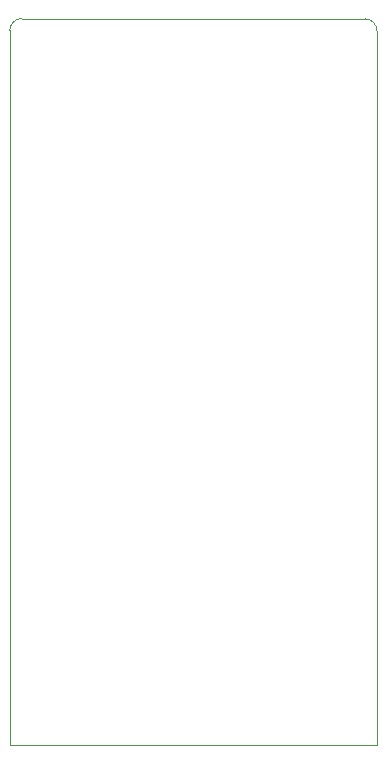
<source format=gbr>
%TF.GenerationSoftware,KiCad,Pcbnew,(5.99.0-8075-g8416c1fc37)*%
%TF.CreationDate,2021-06-27T17:30:08+01:00*%
%TF.ProjectId,picovga,7069636f-7667-4612-9e6b-696361645f70,rev?*%
%TF.SameCoordinates,Original*%
%TF.FileFunction,Profile,NP*%
%FSLAX46Y46*%
G04 Gerber Fmt 4.6, Leading zero omitted, Abs format (unit mm)*
G04 Created by KiCad (PCBNEW (5.99.0-8075-g8416c1fc37)) date 2021-06-27 17:30:08*
%MOMM*%
%LPD*%
G01*
G04 APERTURE LIST*
%TA.AperFunction,Profile*%
%ADD10C,0.100000*%
%TD*%
G04 APERTURE END LIST*
D10*
X153423404Y-122976810D02*
X184500000Y-123000000D01*
X154423404Y-61476810D02*
X183500000Y-61500000D01*
X153423404Y-62476810D02*
G75*
G02*
X154423404Y-61476810I1000000J0D01*
G01*
X153423404Y-122976810D02*
X153423404Y-62476810D01*
X183500000Y-61500000D02*
G75*
G02*
X184500000Y-62500000I0J-1000000D01*
G01*
X184500000Y-123000000D02*
X184500000Y-62500000D01*
M02*

</source>
